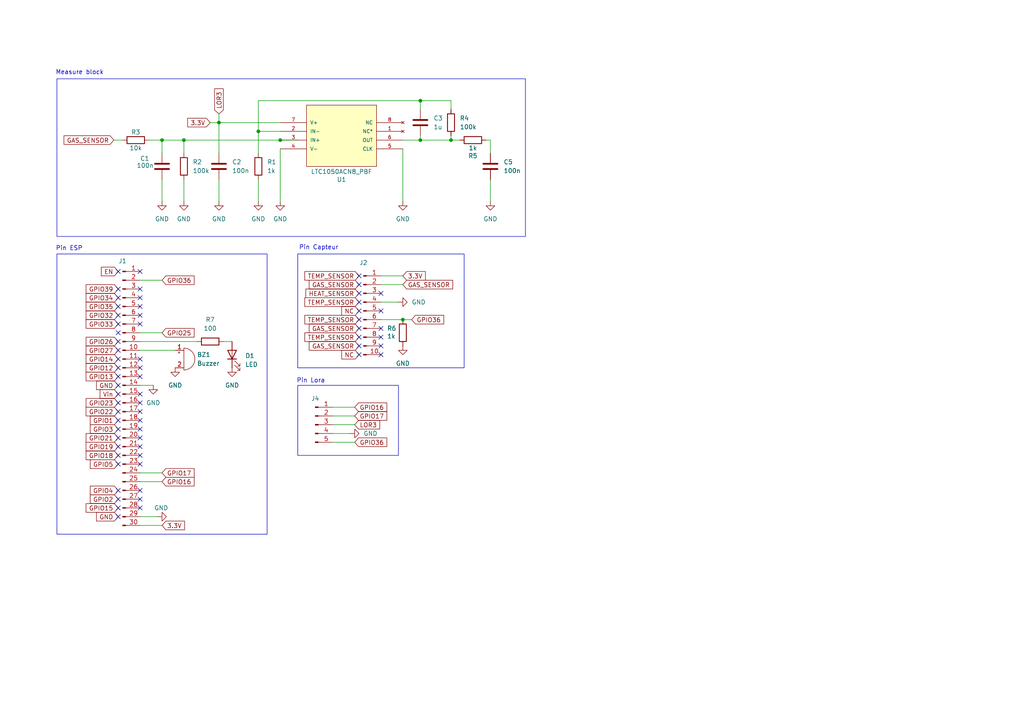
<source format=kicad_sch>
(kicad_sch (version 20231120) (generator "eeschema") (generator_version "8.0")
  (paper "A4")
  (lib_symbols
    (symbol "Connector:Conn_01x05_Pin" (pin_names (offset 1.016) hide)
      (property "Reference" "J" (at 0 7.62 0))
      (property "Value" "Conn_01x05_Pin" (at 0 -7.62 0))
      (symbol "Conn_01x05_Pin_1_1"
        (polyline (pts (xy 1.27 -5.08) (xy 0.8636 -5.08)) (stroke (width 0.1524)))
        (polyline (pts (xy 1.27 -2.54) (xy 0.8636 -2.54)) (stroke (width 0.1524)))
        (polyline (pts (xy 1.27 0) (xy 0.8636 0)) (stroke (width 0.1524)))
        (polyline (pts (xy 1.27 2.54) (xy 0.8636 2.54)) (stroke (width 0.1524)))
        (polyline (pts (xy 1.27 5.08) (xy 0.8636 5.08)) (stroke (width 0.1524)))
        (rectangle (start 0.8636 -4.953) (end 0 -5.207) (stroke (width 0.1524)) (fill (type outline)))
        (rectangle (start 0.8636 -2.413) (end 0 -2.667) (stroke (width 0.1524)) (fill (type outline)))
        (rectangle (start 0.8636 0.127) (end 0 -0.127) (stroke (width 0.1524)) (fill (type outline)))
        (rectangle (start 0.8636 2.667) (end 0 2.413) (stroke (width 0.1524)) (fill (type outline)))
        (rectangle (start 0.8636 5.207) (end 0 4.953) (stroke (width 0.1524)) (fill (type outline)))
        (pin passive line (at 5.08 5.08 180) (length 3.81) (name "Pin_1") (number "1"))
        (pin passive line (at 5.08 2.54 180) (length 3.81) (name "Pin_2") (number "2"))
        (pin passive line (at 5.08 0 180) (length 3.81) (name "Pin_3") (number "3"))
        (pin passive line (at 5.08 -2.54 180) (length 3.81) (name "Pin_4") (number "4"))
        (pin passive line (at 5.08 -5.08 180) (length 3.81) (name "Pin_5") (number "5"))
      )
    )
    (symbol "Connector:Conn_01x10_Pin" (pin_names (offset 1.016) hide)
      (property "Reference" "J" (at 0 12.7 0))
      (property "Value" "Conn_01x10_Pin" (at 0 -15.24 0))
      (symbol "Conn_01x10_Pin_1_1"
        (polyline (pts (xy 1.27 -12.7) (xy 0.8636 -12.7)) (stroke (width 0.1524)))
        (polyline (pts (xy 1.27 -10.16) (xy 0.8636 -10.16)) (stroke (width 0.1524)))
        (polyline (pts (xy 1.27 -7.62) (xy 0.8636 -7.62)) (stroke (width 0.1524)))
        (polyline (pts (xy 1.27 -5.08) (xy 0.8636 -5.08)) (stroke (width 0.1524)))
        (polyline (pts (xy 1.27 -2.54) (xy 0.8636 -2.54)) (stroke (width 0.1524)))
        (polyline (pts (xy 1.27 0) (xy 0.8636 0)) (stroke (width 0.1524)))
        (polyline (pts (xy 1.27 2.54) (xy 0.8636 2.54)) (stroke (width 0.1524)))
        (polyline (pts (xy 1.27 5.08) (xy 0.8636 5.08)) (stroke (width 0.1524)))
        (polyline (pts (xy 1.27 7.62) (xy 0.8636 7.62)) (stroke (width 0.1524)))
        (polyline (pts (xy 1.27 10.16) (xy 0.8636 10.16)) (stroke (width 0.1524)))
        (rectangle (start 0.8636 -12.573) (end 0 -12.827) (stroke (width 0.1524)) (fill (type outline)))
        (rectangle (start 0.8636 -10.033) (end 0 -10.287) (stroke (width 0.1524)) (fill (type outline)))
        (rectangle (start 0.8636 -7.493) (end 0 -7.747) (stroke (width 0.1524)) (fill (type outline)))
        (rectangle (start 0.8636 -4.953) (end 0 -5.207) (stroke (width 0.1524)) (fill (type outline)))
        (rectangle (start 0.8636 -2.413) (end 0 -2.667) (stroke (width 0.1524)) (fill (type outline)))
        (rectangle (start 0.8636 0.127) (end 0 -0.127) (stroke (width 0.1524)) (fill (type outline)))
        (rectangle (start 0.8636 2.667) (end 0 2.413) (stroke (width 0.1524)) (fill (type outline)))
        (rectangle (start 0.8636 5.207) (end 0 4.953) (stroke (width 0.1524)) (fill (type outline)))
        (rectangle (start 0.8636 7.747) (end 0 7.493) (stroke (width 0.1524)) (fill (type outline)))
        (rectangle (start 0.8636 10.287) (end 0 10.033) (stroke (width 0.1524)) (fill (type outline)))
        (pin passive line (at 5.08 10.16 180) (length 3.81) (name "Pin_1") (number "1"))
        (pin passive line (at 5.08 -12.7 180) (length 3.81) (name "Pin_10") (number "10"))
        (pin passive line (at 5.08 7.62 180) (length 3.81) (name "Pin_2") (number "2"))
        (pin passive line (at 5.08 5.08 180) (length 3.81) (name "Pin_3") (number "3"))
        (pin passive line (at 5.08 2.54 180) (length 3.81) (name "Pin_4") (number "4"))
        (pin passive line (at 5.08 0 180) (length 3.81) (name "Pin_5") (number "5"))
        (pin passive line (at 5.08 -2.54 180) (length 3.81) (name "Pin_6") (number "6"))
        (pin passive line (at 5.08 -5.08 180) (length 3.81) (name "Pin_7") (number "7"))
        (pin passive line (at 5.08 -7.62 180) (length 3.81) (name "Pin_8") (number "8"))
        (pin passive line (at 5.08 -10.16 180) (length 3.81) (name "Pin_9") (number "9"))
      )
    )
    (symbol "Connector:Conn_01x30_Pin" (pin_names (offset 1.016) hide)
      (property "Reference" "J" (at 0 38.1 0))
      (property "Value" "Conn_01x30_Pin" (at 0 -40.64 0))
      (symbol "Conn_01x30_Pin_1_1"
        (polyline (pts (xy 1.27 -38.1) (xy 0.8636 -38.1)) (stroke (width 0.1524)))
        (polyline (pts (xy 1.27 -35.56) (xy 0.8636 -35.56)) (stroke (width 0.1524)))
        (polyline (pts (xy 1.27 -33.02) (xy 0.8636 -33.02)) (stroke (width 0.1524)))
        (polyline (pts (xy 1.27 -30.48) (xy 0.8636 -30.48)) (stroke (width 0.1524)))
        (polyline (pts (xy 1.27 -27.94) (xy 0.8636 -27.94)) (stroke (width 0.1524)))
        (polyline (pts (xy 1.27 -25.4) (xy 0.8636 -25.4)) (stroke (width 0.1524)))
        (polyline (pts (xy 1.27 -22.86) (xy 0.8636 -22.86)) (stroke (width 0.1524)))
        (polyline (pts (xy 1.27 -20.32) (xy 0.8636 -20.32)) (stroke (width 0.1524)))
        (polyline (pts (xy 1.27 -17.78) (xy 0.8636 -17.78)) (stroke (width 0.1524)))
        (polyline (pts (xy 1.27 -15.24) (xy 0.8636 -15.24)) (stroke (width 0.1524)))
        (polyline (pts (xy 1.27 -12.7) (xy 0.8636 -12.7)) (stroke (width 0.1524)))
        (polyline (pts (xy 1.27 -10.16) (xy 0.8636 -10.16)) (stroke (width 0.1524)))
        (polyline (pts (xy 1.27 -7.62) (xy 0.8636 -7.62)) (stroke (width 0.1524)))
        (polyline (pts (xy 1.27 -5.08) (xy 0.8636 -5.08)) (stroke (width 0.1524)))
        (polyline (pts (xy 1.27 -2.54) (xy 0.8636 -2.54)) (stroke (width 0.1524)))
        (polyline (pts (xy 1.27 0) (xy 0.8636 0)) (stroke (width 0.1524)))
        (polyline (pts (xy 1.27 2.54) (xy 0.8636 2.54)) (stroke (width 0.1524)))
        (polyline (pts (xy 1.27 5.08) (xy 0.8636 5.08)) (stroke (width 0.1524)))
        (polyline (pts (xy 1.27 7.62) (xy 0.8636 7.62)) (stroke (width 0.1524)))
        (polyline (pts (xy 1.27 10.16) (xy 0.8636 10.16)) (stroke (width 0.1524)))
        (polyline (pts (xy 1.27 12.7) (xy 0.8636 12.7)) (stroke (width 0.1524)))
        (polyline (pts (xy 1.27 15.24) (xy 0.8636 15.24)) (stroke (width 0.1524)))
        (polyline (pts (xy 1.27 17.78) (xy 0.8636 17.78)) (stroke (width 0.1524)))
        (polyline (pts (xy 1.27 20.32) (xy 0.8636 20.32)) (stroke (width 0.1524)))
        (polyline (pts (xy 1.27 22.86) (xy 0.8636 22.86)) (stroke (width 0.1524)))
        (polyline (pts (xy 1.27 25.4) (xy 0.8636 25.4)) (stroke (width 0.1524)))
        (polyline (pts (xy 1.27 27.94) (xy 0.8636 27.94)) (stroke (width 0.1524)))
        (polyline (pts (xy 1.27 30.48) (xy 0.8636 30.48)) (stroke (width 0.1524)))
        (polyline (pts (xy 1.27 33.02) (xy 0.8636 33.02)) (stroke (width 0.1524)))
        (polyline (pts (xy 1.27 35.56) (xy 0.8636 35.56)) (stroke (width 0.1524)))
        (rectangle (start 0.8636 -37.973) (end 0 -38.227) (stroke (width 0.1524)) (fill (type outline)))
        (rectangle (start 0.8636 -35.433) (end 0 -35.687) (stroke (width 0.1524)) (fill (type outline)))
        (rectangle (start 0.8636 -32.893) (end 0 -33.147) (stroke (width 0.1524)) (fill (type outline)))
        (rectangle (start 0.8636 -30.353) (end 0 -30.607) (stroke (width 0.1524)) (fill (type outline)))
        (rectangle (start 0.8636 -27.813) (end 0 -28.067) (stroke (width 0.1524)) (fill (type outline)))
        (rectangle (start 0.8636 -25.273) (end 0 -25.527) (stroke (width 0.1524)) (fill (type outline)))
        (rectangle (start 0.8636 -22.733) (end 0 -22.987) (stroke (width 0.1524)) (fill (type outline)))
        (rectangle (start 0.8636 -20.193) (end 0 -20.447) (stroke (width 0.1524)) (fill (type outline)))
        (rectangle (start 0.8636 -17.653) (end 0 -17.907) (stroke (width 0.1524)) (fill (type outline)))
        (rectangle (start 0.8636 -15.113) (end 0 -15.367) (stroke (width 0.1524)) (fill (type outline)))
        (rectangle (start 0.8636 -12.573) (end 0 -12.827) (stroke (width 0.1524)) (fill (type outline)))
        (rectangle (start 0.8636 -10.033) (end 0 -10.287) (stroke (width 0.1524)) (fill (type outline)))
        (rectangle (start 0.8636 -7.493) (end 0 -7.747) (stroke (width 0.1524)) (fill (type outline)))
        (rectangle (start 0.8636 -4.953) (end 0 -5.207) (stroke (width 0.1524)) (fill (type outline)))
        (rectangle (start 0.8636 -2.413) (end 0 -2.667) (stroke (width 0.1524)) (fill (type outline)))
        (rectangle (start 0.8636 0.127) (end 0 -0.127) (stroke (width 0.1524)) (fill (type outline)))
        (rectangle (start 0.8636 2.667) (end 0 2.413) (stroke (width 0.1524)) (fill (type outline)))
        (rectangle (start 0.8636 5.207) (end 0 4.953) (stroke (width 0.1524)) (fill (type outline)))
        (rectangle (start 0.8636 7.747) (end 0 7.493) (stroke (width 0.1524)) (fill (type outline)))
        (rectangle (start 0.8636 10.287) (end 0 10.033) (stroke (width 0.1524)) (fill (type outline)))
        (rectangle (start 0.8636 12.827) (end 0 12.573) (stroke (width 0.1524)) (fill (type outline)))
        (rectangle (start 0.8636 15.367) (end 0 15.113) (stroke (width 0.1524)) (fill (type outline)))
        (rectangle (start 0.8636 17.907) (end 0 17.653) (stroke (width 0.1524)) (fill (type outline)))
        (rectangle (start 0.8636 20.447) (end 0 20.193) (stroke (width 0.1524)) (fill (type outline)))
        (rectangle (start 0.8636 22.987) (end 0 22.733) (stroke (width 0.1524)) (fill (type outline)))
        (rectangle (start 0.8636 25.527) (end 0 25.273) (stroke (width 0.1524)) (fill (type outline)))
        (rectangle (start 0.8636 28.067) (end 0 27.813) (stroke (width 0.1524)) (fill (type outline)))
        (rectangle (start 0.8636 30.607) (end 0 30.353) (stroke (width 0.1524)) (fill (type outline)))
        (rectangle (start 0.8636 33.147) (end 0 32.893) (stroke (width 0.1524)) (fill (type outline)))
        (rectangle (start 0.8636 35.687) (end 0 35.433) (stroke (width 0.1524)) (fill (type outline)))
        (pin passive line (at 5.08 35.56 180) (length 3.81) (name "Pin_1") (number "1"))
        (pin passive line (at 5.08 12.7 180) (length 3.81) (name "Pin_10") (number "10"))
        (pin passive line (at 5.08 10.16 180) (length 3.81) (name "Pin_11") (number "11"))
        (pin passive line (at 5.08 7.62 180) (length 3.81) (name "Pin_12") (number "12"))
        (pin passive line (at 5.08 5.08 180) (length 3.81) (name "Pin_13") (number "13"))
        (pin passive line (at 5.08 2.54 180) (length 3.81) (name "Pin_14") (number "14"))
        (pin passive line (at 5.08 0 180) (length 3.81) (name "Pin_15") (number "15"))
        (pin passive line (at 5.08 -2.54 180) (length 3.81) (name "Pin_16") (number "16"))
        (pin passive line (at 5.08 -5.08 180) (length 3.81) (name "Pin_17") (number "17"))
        (pin passive line (at 5.08 -7.62 180) (length 3.81) (name "Pin_18") (number "18"))
        (pin passive line (at 5.08 -10.16 180) (length 3.81) (name "Pin_19") (number "19"))
        (pin passive line (at 5.08 33.02 180) (length 3.81) (name "Pin_2") (number "2"))
        (pin passive line (at 5.08 -12.7 180) (length 3.81) (name "Pin_20") (number "20"))
        (pin passive line (at 5.08 -15.24 180) (length 3.81) (name "Pin_21") (number "21"))
        (pin passive line (at 5.08 -17.78 180) (length 3.81) (name "Pin_22") (number "22"))
        (pin passive line (at 5.08 -20.32 180) (length 3.81) (name "Pin_23") (number "23"))
        (pin passive line (at 5.08 -22.86 180) (length 3.81) (name "Pin_24") (number "24"))
        (pin passive line (at 5.08 -25.4 180) (length 3.81) (name "Pin_25") (number "25"))
        (pin passive line (at 5.08 -27.94 180) (length 3.81) (name "Pin_26") (number "26"))
        (pin passive line (at 5.08 -30.48 180) (length 3.81) (name "Pin_27") (number "27"))
        (pin passive line (at 5.08 -33.02 180) (length 3.81) (name "Pin_28") (number "28"))
        (pin passive line (at 5.08 -35.56 180) (length 3.81) (name "Pin_29") (number "29"))
        (pin passive line (at 5.08 30.48 180) (length 3.81) (name "Pin_3") (number "3"))
        (pin passive line (at 5.08 -38.1 180) (length 3.81) (name "Pin_30") (number "30"))
        (pin passive line (at 5.08 27.94 180) (length 3.81) (name "Pin_4") (number "4"))
        (pin passive line (at 5.08 25.4 180) (length 3.81) (name "Pin_5") (number "5"))
        (pin passive line (at 5.08 22.86 180) (length 3.81) (name "Pin_6") (number "6"))
        (pin passive line (at 5.08 20.32 180) (length 3.81) (name "Pin_7") (number "7"))
        (pin passive line (at 5.08 17.78 180) (length 3.81) (name "Pin_8") (number "8"))
        (pin passive line (at 5.08 15.24 180) (length 3.81) (name "Pin_9") (number "9"))
      )
    )
    (symbol "Device:Buzzer" (pin_names (offset 0.0254) hide)
      (property "Reference" "BZ" (at 3.81 1.27 0))
      (property "Value" "Buzzer" (at 3.81 -1.27 0))
      (symbol "Buzzer_0_1"
        (arc (start 0 -3.175) (mid 3.1612 0) (end 0 3.175))
        (polyline (pts (xy -1.651 1.905) (xy -1.143 1.905)))
        (polyline (pts (xy -1.397 2.159) (xy -1.397 1.651)))
        (polyline (pts (xy 0 3.175) (xy 0 -3.175)))
      )
      (symbol "Buzzer_1_1"
        (pin passive line (at -2.54 2.54 0) (length 2.54) (name "+") (number "1"))
        (pin passive line (at -2.54 -2.54 0) (length 2.54) (name "-") (number "2"))
      )
    )
    (symbol "Device:C" (pin_numbers hide) (pin_names (offset 0.254))
      (property "Reference" "C" (at 0.635 2.54 0))
      (property "Value" "C" (at 0.635 -2.54 0))
      (symbol "C_0_1"
        (polyline (pts (xy -2.032 -0.762) (xy 2.032 -0.762)) (stroke (width 0.508)))
        (polyline (pts (xy -2.032 0.762) (xy 2.032 0.762)) (stroke (width 0.508)))
      )
      (symbol "C_1_1"
        (pin passive line (at 0 3.81 270) (length 2.794) (name "~") (number "1"))
        (pin passive line (at 0 -3.81 90) (length 2.794) (name "~") (number "2"))
      )
    )
    (symbol "Device:LED" (pin_numbers hide) (pin_names (offset 1.016) hide)
      (property "Reference" "D" (at 0 2.54 0))
      (property "Value" "LED" (at 0 -2.54 0))
      (symbol "LED_0_1"
        (polyline (pts (xy -1.27 -1.27) (xy -1.27 1.27)) (stroke (width 0.254)))
        (polyline (pts (xy -1.27 0) (xy 1.27 0)))
        (polyline (pts (xy 1.27 -1.27) (xy 1.27 1.27) (xy -1.27 0) (xy 1.27 -1.27)) (stroke (width 0.254)))
        (polyline (pts (xy -3.048 -0.762) (xy -4.572 -2.286) (xy -3.81 -2.286) (xy -4.572 -2.286) (xy -4.572 -1.524)))
        (polyline (pts (xy -1.778 -0.762) (xy -3.302 -2.286) (xy -2.54 -2.286) (xy -3.302 -2.286) (xy -3.302 -1.524)))
      )
      (symbol "LED_1_1"
        (pin passive line (at -3.81 0 0) (length 2.54) (name "K") (number "1"))
        (pin passive line (at 3.81 0 180) (length 2.54) (name "A") (number "2"))
      )
    )
    (symbol "Device:R" (pin_numbers hide) (pin_names (offset 0))
      (property "Reference" "R" (at 2.032 0 90))
      (property "Value" "R" (at 0 0 90))
      (symbol "R_0_1"
        (rectangle (start -1.016 -2.54) (end 1.016 2.54) (stroke (width 0.254)))
      )
      (symbol "R_1_1"
        (pin passive line (at 0 3.81 270) (length 1.27) (name "~") (number "1"))
        (pin passive line (at 0 -3.81 90) (length 1.27) (name "~") (number "2"))
      )
    )
    (symbol "LTC1050ACN8_PBF:LTC1050ACN8_PBF" (pin_names (offset 1.016))
      (property "Reference" "U1" (at 0 -13.97 0))
      (property "Value" "LTC1050ACN8_PBF" (at 0 -11.684 0))
      (symbol "LTC1050ACN8_PBF_0_0"
        (rectangle (start -10.16 7.62) (end 10.16 -10.16) (stroke (width 0.1524)) (fill (type background)))
        (pin no_connect line (at 17.78 0 180) (length 7.62) (name "NC*") (number "1"))
        (pin input line (at -17.78 0 0) (length 7.62) (name "IN-") (number "2"))
        (pin input line (at -17.78 -2.54 0) (length 7.62) (name "IN+") (number "3"))
        (pin power_in line (at -17.78 -5.08 0) (length 7.62) (name "V-") (number "4"))
        (pin input line (at 17.78 -5.08 180) (length 7.62) (name "CLK") (number "5"))
        (pin output line (at 17.78 -2.54 180) (length 7.62) (name "OUT") (number "6"))
        (pin power_in line (at -17.78 2.54 0) (length 7.62) (name "V+") (number "7"))
        (pin no_connect line (at 17.78 2.54 180) (length 7.62) (name "NC") (number "8"))
      )
    )
    (symbol "power:GND" (power) (pin_numbers hide) (pin_names (offset 0) hide)
      (property "Value" "GND" (at 0 -3.81 0))
      (symbol "GND_0_1"
        (polyline (pts (xy 0 0) (xy 0 -1.27) (xy 1.27 -1.27) (xy 0 -2.54) (xy -1.27 -1.27) (xy 0 -1.27)))
      )
      (symbol "GND_1_1"
        (pin power_in line (at 0 0 270) (length 0) (name "~") (number "1"))
      )
    )
  )
  (junction (at 116.84 92.71))
  (junction (at 74.93 38.1))
  (junction (at 63.5 35.56))
  (junction (at 53.34 40.64))
  (junction (at 121.92 29.21))
  (junction (at 81.28 40.64))
  (junction (at 130.81 40.64))
  (junction (at 46.99 40.64))
  (junction (at 121.92 40.64))
  (no_connect (at 34.29 149.86))
  (no_connect (at 110.49 102.87))
  (no_connect (at 34.29 78.74))
  (no_connect (at 40.64 91.44))
  (no_connect (at 34.29 88.9))
  (no_connect (at 34.29 119.38))
  (no_connect (at 40.64 121.92))
  (no_connect (at 104.14 87.63))
  (no_connect (at 104.14 100.33))
  (no_connect (at 34.29 99.06))
  (no_connect (at 40.64 93.98))
  (no_connect (at 104.14 102.87))
  (no_connect (at 40.64 144.78))
  (no_connect (at 40.64 119.38))
  (no_connect (at 40.64 86.36))
  (no_connect (at 34.29 104.14))
  (no_connect (at 34.29 86.36))
  (no_connect (at 34.29 83.82))
  (no_connect (at 34.29 101.6))
  (no_connect (at 34.29 129.54))
  (no_connect (at 104.14 85.09))
  (no_connect (at 34.29 111.76))
  (no_connect (at 34.29 134.62))
  (no_connect (at 34.29 147.32))
  (no_connect (at 40.64 114.3))
  (no_connect (at 34.29 121.92))
  (no_connect (at 104.14 82.55))
  (no_connect (at 34.29 96.52))
  (no_connect (at 40.64 88.9))
  (no_connect (at 34.29 116.84))
  (no_connect (at 40.64 132.08))
  (no_connect (at 110.49 100.33))
  (no_connect (at 110.49 97.79))
  (no_connect (at 40.64 83.82))
  (no_connect (at 34.29 93.98))
  (no_connect (at 104.14 90.17))
  (no_connect (at 40.64 104.14))
  (no_connect (at 110.49 90.17))
  (no_connect (at 40.64 129.54))
  (no_connect (at 40.64 124.46))
  (no_connect (at 104.14 97.79))
  (no_connect (at 40.64 109.22))
  (no_connect (at 110.49 85.09))
  (no_connect (at 104.14 92.71))
  (no_connect (at 40.64 106.68))
  (no_connect (at 34.29 124.46))
  (no_connect (at 110.49 95.25))
  (no_connect (at 40.64 134.62))
  (no_connect (at 40.64 127))
  (no_connect (at 34.29 127))
  (no_connect (at 40.64 78.74))
  (no_connect (at 104.14 80.01))
  (no_connect (at 34.29 91.44))
  (no_connect (at 104.14 95.25))
  (no_connect (at 34.29 106.68))
  (no_connect (at 40.64 147.32))
  (no_connect (at 34.29 114.3))
  (no_connect (at 34.29 109.22))
  (no_connect (at 34.29 142.24))
  (no_connect (at 34.29 132.08))
  (no_connect (at 34.29 144.78))
  (no_connect (at 40.64 116.84))
  (no_connect (at 40.64 142.24))
  (wire (pts (xy 40.64 96.52) (xy 46.99 96.52)))
  (wire (pts (xy 96.52 120.65) (xy 102.87 120.65)))
  (wire (pts (xy 121.92 29.21) (xy 130.81 29.21)))
  (wire (pts (xy 142.24 40.64) (xy 142.24 44.45)))
  (wire (pts (xy 40.64 99.06) (xy 57.15 99.06)))
  (wire (pts (xy 40.64 137.16) (xy 46.99 137.16)))
  (wire (pts (xy 130.81 40.64) (xy 133.35 40.64)))
  (wire (pts (xy 74.93 38.1) (xy 74.93 29.21)))
  (wire (pts (xy 46.99 40.64) (xy 53.34 40.64)))
  (wire (pts (xy 110.49 87.63) (xy 115.57 87.63)))
  (wire (pts (xy 40.64 139.7) (xy 46.99 139.7)))
  (wire (pts (xy 63.5 33.02) (xy 63.5 35.56)))
  (wire (pts (xy 74.93 44.45) (xy 74.93 38.1)))
  (wire (pts (xy 74.93 29.21) (xy 121.92 29.21)))
  (wire (pts (xy 116.84 92.71) (xy 119.38 92.71)))
  (wire (pts (xy 96.52 128.27) (xy 102.87 128.27)))
  (wire (pts (xy 121.92 29.21) (xy 121.92 31.75)))
  (wire (pts (xy 40.64 81.28) (xy 46.99 81.28)))
  (wire (pts (xy 116.84 40.64) (xy 121.92 40.64)))
  (wire (pts (xy 110.49 80.01) (xy 116.84 80.01)))
  (wire (pts (xy 110.49 92.71) (xy 116.84 92.71)))
  (wire (pts (xy 110.49 82.55) (xy 116.84 82.55)))
  (wire (pts (xy 142.24 58.42) (xy 142.24 52.07)))
  (wire (pts (xy 53.34 40.64) (xy 53.34 44.45)))
  (wire (pts (xy 96.52 125.73) (xy 101.6 125.73)))
  (wire (pts (xy 45.72 149.86) (xy 40.64 149.86)))
  (wire (pts (xy 121.92 40.64) (xy 130.81 40.64)))
  (wire (pts (xy 53.34 58.42) (xy 53.34 52.07)))
  (wire (pts (xy 130.81 29.21) (xy 130.81 31.75)))
  (wire (pts (xy 46.99 58.42) (xy 46.99 52.07)))
  (wire (pts (xy 63.5 58.42) (xy 63.5 52.07)))
  (wire (pts (xy 40.64 111.76) (xy 44.45 111.76)))
  (wire (pts (xy 96.52 118.11) (xy 102.87 118.11)))
  (wire (pts (xy 74.93 38.1) (xy 81.28 38.1)))
  (wire (pts (xy 63.5 35.56) (xy 81.28 35.56)))
  (wire (pts (xy 64.77 99.06) (xy 67.31 99.06)))
  (wire (pts (xy 43.18 40.64) (xy 46.99 40.64)))
  (wire (pts (xy 63.5 44.45) (xy 63.5 35.56)))
  (wire (pts (xy 130.81 40.64) (xy 130.81 39.37)))
  (wire (pts (xy 60.96 35.56) (xy 63.5 35.56)))
  (wire (pts (xy 74.93 58.42) (xy 74.93 52.07)))
  (wire (pts (xy 40.64 152.4) (xy 46.99 152.4)))
  (wire (pts (xy 96.52 123.19) (xy 102.87 123.19)))
  (wire (pts (xy 86.36 40.64) (xy 81.28 40.64)))
  (wire (pts (xy 46.99 40.64) (xy 46.99 44.45)))
  (wire (pts (xy 121.92 40.64) (xy 121.92 39.37)))
  (wire (pts (xy 81.28 43.18) (xy 81.28 58.42)))
  (wire (pts (xy 53.34 40.64) (xy 81.28 40.64)))
  (wire (pts (xy 140.97 40.64) (xy 142.24 40.64)))
  (wire (pts (xy 40.64 101.6) (xy 50.8 101.6)))
  (wire (pts (xy 116.84 43.18) (xy 116.84 58.42)))
  (wire (pts (xy 33.02 40.64) (xy 35.56 40.64)))
  (rectangle (start 16.51 22.86) (end 152.4 68.58))
  (rectangle (start 86.36 73.66) (end 134.62 106.68))
  (rectangle (start 86.36 111.76) (end 115.57 132.08))
  (rectangle (start 16.51 73.66) (end 77.47 154.94))
  (text "Pin Capteur\n" (at 92.456 71.882 0) (effects (font (size 1.27 1.27))))
  (text "Measure block\n" (at 23.114 21.082 0) (effects (font (size 1.27 1.27))))
  (text "Pin Lora\n" (at 90.17 110.49 0) (effects (font (size 1.27 1.27))))
  (text "Pin ESP\n" (at 20.066 72.136 0) (effects (font (size 1.27 1.27))))
  (global_label "GAS_SENSOR" (shape input) (at 33.02 40.64 180) (property "Intersheetrefs" "${INTERSHEET_REFS}" (effects (hide yes))))
  (global_label "GPIO19" (shape input) (at 34.29 129.54 180) (property "Intersheetrefs" "${INTERSHEET_REFS}" (effects (hide yes))))
  (global_label "GPIO34" (shape input) (at 34.29 86.36 180) (property "Intersheetrefs" "${INTERSHEET_REFS}" (effects (hide yes))))
  (global_label "3.3V" (shape input) (at 60.96 35.56 180) (property "Intersheetrefs" "${INTERSHEET_REFS}" (effects (hide yes))))
  (global_label "GPIO16" (shape input) (at 102.87 118.11 0) (property "Intersheetrefs" "${INTERSHEET_REFS}" (effects (hide yes))))
  (global_label "GPIO3" (shape input) (at 34.29 124.46 180) (property "Intersheetrefs" "${INTERSHEET_REFS}" (effects (hide yes))))
  (global_label "GPIO14" (shape input) (at 34.29 104.14 180) (property "Intersheetrefs" "${INTERSHEET_REFS}" (effects (hide yes))))
  (global_label "GPIO39" (shape input) (at 34.29 83.82 180) (property "Intersheetrefs" "${INTERSHEET_REFS}" (effects (hide yes))))
  (global_label "TEMP_SENSOR" (shape input) (at 104.14 97.79 180) (property "Intersheetrefs" "${INTERSHEET_REFS}" (effects (hide yes))))
  (global_label "GPIO13" (shape input) (at 34.29 109.22 180) (property "Intersheetrefs" "${INTERSHEET_REFS}" (effects (hide yes))))
  (global_label "GPIO5" (shape input) (at 34.29 134.62 180) (property "Intersheetrefs" "${INTERSHEET_REFS}" (effects (hide yes))))
  (global_label "Vin" (shape input) (at 34.29 114.3 180) (property "Intersheetrefs" "${INTERSHEET_REFS}" (effects (hide yes))))
  (global_label "GAS_SENSOR" (shape input) (at 116.84 82.55 0) (property "Intersheetrefs" "${INTERSHEET_REFS}" (effects (hide yes))))
  (global_label "GPIO4" (shape input) (at 34.29 142.24 180) (property "Intersheetrefs" "${INTERSHEET_REFS}" (effects (hide yes))))
  (global_label "GPIO18" (shape input) (at 34.29 132.08 180) (property "Intersheetrefs" "${INTERSHEET_REFS}" (effects (hide yes))))
  (global_label "3.3V" (shape input) (at 116.84 80.01 0) (property "Intersheetrefs" "${INTERSHEET_REFS}" (effects (hide yes))))
  (global_label "GND" (shape input) (at 34.29 149.86 180) (property "Intersheetrefs" "${INTERSHEET_REFS}" (effects (hide yes))))
  (global_label "NC" (shape input) (at 104.14 90.17 180) (property "Intersheetrefs" "${INTERSHEET_REFS}" (effects (hide yes))))
  (global_label "GPIO36" (shape input) (at 46.99 81.28 0) (property "Intersheetrefs" "${INTERSHEET_REFS}" (effects (hide yes))))
  (global_label "GPIO21" (shape input) (at 34.29 127 180) (property "Intersheetrefs" "${INTERSHEET_REFS}" (effects (hide yes))))
  (global_label "TEMP_SENSOR" (shape input) (at 104.14 92.71 180) (property "Intersheetrefs" "${INTERSHEET_REFS}" (effects (hide yes))))
  (global_label "EN" (shape input) (at 34.29 78.74 180) (property "Intersheetrefs" "${INTERSHEET_REFS}" (effects (hide yes))))
  (global_label "GPIO1" (shape input) (at 34.29 121.92 180) (property "Intersheetrefs" "${INTERSHEET_REFS}" (effects (hide yes))))
  (global_label "GAS_SENSOR" (shape input) (at 104.14 82.55 180) (property "Intersheetrefs" "${INTERSHEET_REFS}" (effects (hide yes))))
  (global_label "GPIO33" (shape input) (at 34.29 93.98 180) (property "Intersheetrefs" "${INTERSHEET_REFS}" (effects (hide yes))))
  (global_label "LOR3" (shape input) (at 102.87 123.19 0) (property "Intersheetrefs" "${INTERSHEET_REFS}" (effects (hide yes))))
  (global_label "GPIO26" (shape input) (at 34.29 99.06 180) (property "Intersheetrefs" "${INTERSHEET_REFS}" (effects (hide yes))))
  (global_label "GAS_SENSOR" (shape input) (at 104.14 100.33 180) (property "Intersheetrefs" "${INTERSHEET_REFS}" (effects (hide yes))))
  (global_label "GPIO2" (shape input) (at 34.29 144.78 180) (property "Intersheetrefs" "${INTERSHEET_REFS}" (effects (hide yes))))
  (global_label "GPIO22" (shape input) (at 34.29 119.38 180) (property "Intersheetrefs" "${INTERSHEET_REFS}" (effects (hide yes))))
  (global_label "GAS_SENSOR" (shape input) (at 104.14 95.25 180) (property "Intersheetrefs" "${INTERSHEET_REFS}" (effects (hide yes))))
  (global_label "TEMP_SENSOR" (shape input) (at 104.14 80.01 180) (property "Intersheetrefs" "${INTERSHEET_REFS}" (effects (hide yes))))
  (global_label "GPIO12" (shape input) (at 34.29 106.68 180) (property "Intersheetrefs" "${INTERSHEET_REFS}" (effects (hide yes))))
  (global_label "GPIO25" (shape input) (at 46.99 96.52 0) (property "Intersheetrefs" "${INTERSHEET_REFS}" (effects (hide yes))))
  (global_label "GPIO35" (shape input) (at 34.29 88.9 180) (property "Intersheetrefs" "${INTERSHEET_REFS}" (effects (hide yes))))
  (global_label "GPIO17" (shape input) (at 102.87 120.65 0) (property "Intersheetrefs" "${INTERSHEET_REFS}" (effects (hide yes))))
  (global_label "GPIO32" (shape input) (at 34.29 91.44 180) (property "Intersheetrefs" "${INTERSHEET_REFS}" (effects (hide yes))))
  (global_label "3.3V" (shape input) (at 46.99 152.4 0) (property "Intersheetrefs" "${INTERSHEET_REFS}" (effects (hide yes))))
  (global_label "GPIO15" (shape input) (at 34.29 147.32 180) (property "Intersheetrefs" "${INTERSHEET_REFS}" (effects (hide yes))))
  (global_label "NC" (shape input) (at 104.14 102.87 180) (property "Intersheetrefs" "${INTERSHEET_REFS}" (effects (hide yes))))
  (global_label "GPIO36" (shape input) (at 119.38 92.71 0) (property "Intersheetrefs" "${INTERSHEET_REFS}" (effects (hide yes))))
  (global_label "GPIO17" (shape input) (at 46.99 137.16 0) (property "Intersheetrefs" "${INTERSHEET_REFS}" (effects (hide yes))))
  (global_label "GPIO36" (shape input) (at 102.87 128.27 0) (property "Intersheetrefs" "${INTERSHEET_REFS}" (effects (hide yes))))
  (global_label "GPIO27" (shape input) (at 34.29 101.6 180) (property "Intersheetrefs" "${INTERSHEET_REFS}" (effects (hide yes))))
  (global_label "GPIO23" (shape input) (at 34.29 116.84 180) (property "Intersheetrefs" "${INTERSHEET_REFS}" (effects (hide yes))))
  (global_label "GPIO16" (shape input) (at 46.99 139.7 0) (property "Intersheetrefs" "${INTERSHEET_REFS}" (effects (hide yes))))
  (global_label "HEAT_SENSOR" (shape input) (at 104.14 85.09 180) (property "Intersheetrefs" "${INTERSHEET_REFS}" (effects (hide yes))))
  (global_label "LOR3" (shape input) (at 63.5 33.02 90) (property "Intersheetrefs" "${INTERSHEET_REFS}" (effects (hide yes))))
  (global_label "TEMP_SENSOR" (shape input) (at 104.14 87.63 180) (property "Intersheetrefs" "${INTERSHEET_REFS}" (effects (hide yes))))
  (global_label "GND" (shape input) (at 34.29 111.76 180) (property "Intersheetrefs" "${INTERSHEET_REFS}" (effects (hide yes))))
  (symbol (lib_id "Connector:Conn_01x10_Pin") (at 105.41 90.17 0) (unit 1)
    (property "Reference" "J2" (at 105.41 76.2 0))
    (property "Value" "Pin Capteur" (effects (hide yes)))
    (property "Footprint" "2:GazSensor" (effects (hide yes)))
    (property "Description" "Generic connector, single row, 01x10, script generated" (effects (hide yes)))
  )
  (symbol (lib_id "Connector:Conn_01x05_Pin") (at 91.44 123.19 0) (unit 1)
    (property "Reference" "J4" (at 91.44 115.57 0))
    (property "Value" "Pin LoRa" (effects (hide yes)))
    (property "Footprint" "Connector_PinHeader_2.54mm:PinHeader_1x05_P2.54mm_Vertical" (effects (hide yes)))
    (property "Description" "Generic connector, single row, 01x05, script generated" (effects (hide yes)))
  )
  (symbol (lib_id "power:GND") (at 63.5 58.42 0) (unit 1)
    (property "Reference" "#PWR07" (effects (hide yes)))
    (property "Value" "GND" (at 63.5 63.5 0))
    (property "Description" "Power symbol creates a global label with name \"GND\" , ground" (effects (hide yes)))
  )
  (symbol (lib_id "Device:C") (at 121.92 35.56 180) (unit 1)
    (property "Reference" "C3" (at 125.73 34.2899 0) (effects (justify right)))
    (property "Value" "1u" (at 125.73 36.8299 0) (effects (justify right)))
    (property "Footprint" "Capacitor_SMD:C_0805_2012Metric" (effects (hide yes)))
    (property "Description" "Unpolarized capacitor" (effects (hide yes)))
  )
  (symbol (lib_id "power:GND") (at 74.93 58.42 0) (unit 1)
    (property "Reference" "#PWR04" (effects (hide yes)))
    (property "Value" "GND" (at 74.93 63.5 0))
    (property "Description" "Power symbol creates a global label with name \"GND\" , ground" (effects (hide yes)))
  )
  (symbol (lib_id "Device:R") (at 137.16 40.64 90) (unit 1)
    (property "Reference" "R5" (at 137.16 45.212 90))
    (property "Value" "1k" (at 137.16 42.926 90))
    (property "Footprint" "Resistor_SMD:R_0805_2012Metric" (effects (hide yes)))
    (property "Description" "Resistor" (effects (hide yes)))
  )
  (symbol (lib_id "Device:R") (at 130.81 35.56 0) (unit 1)
    (property "Reference" "R4" (at 133.35 34.2899 0) (effects (justify left)))
    (property "Value" "100k" (at 133.35 36.8299 0) (effects (justify left)))
    (property "Footprint" "Resistor_SMD:R_0805_2012Metric" (effects (hide yes)))
    (property "Description" "Resistor" (effects (hide yes)))
  )
  (symbol (lib_id "power:GND") (at 142.24 58.42 0) (unit 1)
    (property "Reference" "#PWR08" (effects (hide yes)))
    (property "Value" "GND" (at 142.24 63.5 0))
    (property "Description" "Power symbol creates a global label with name \"GND\" , ground" (effects (hide yes)))
  )
  (symbol (lib_id "power:GND") (at 53.34 58.42 0) (unit 1)
    (property "Reference" "#PWR03" (effects (hide yes)))
    (property "Value" "GND" (at 53.34 63.5 0))
    (property "Description" "Power symbol creates a global label with name \"GND\" , ground" (effects (hide yes)))
  )
  (symbol (lib_id "Device:R") (at 53.34 48.26 0) (unit 1)
    (property "Reference" "R2" (at 55.88 46.9899 0) (effects (justify left)))
    (property "Value" "100k" (at 55.88 49.5299 0) (effects (justify left)))
    (property "Footprint" "Resistor_SMD:R_0805_2012Metric" (effects (hide yes)))
    (property "Description" "Resistor" (effects (hide yes)))
  )
  (symbol (lib_id "Device:C") (at 46.99 48.26 180) (unit 1)
    (property "Reference" "C1" (at 40.64 45.974 0) (effects (justify right)))
    (property "Value" "100n" (at 39.624 48.006 0) (effects (justify right)))
    (property "Footprint" "Capacitor_SMD:C_0805_2012Metric" (effects (hide yes)))
    (property "Description" "Unpolarized capacitor" (effects (hide yes)))
  )
  (symbol (lib_id "power:GND") (at 116.84 100.33 0) (unit 1)
    (property "Reference" "#PWR09" (effects (hide yes)))
    (property "Value" "GND" (at 116.84 105.41 0))
    (property "Description" "Power symbol creates a global label with name \"GND\" , ground" (effects (hide yes)))
  )
  (symbol (lib_id "power:GND") (at 50.8 106.68 0) (unit 1)
    (property "Reference" "#PWR011" (effects (hide yes)))
    (property "Value" "GND" (at 50.8 111.76 0))
    (property "Description" "Power symbol creates a global label with name \"GND\" , ground" (effects (hide yes)))
  )
  (symbol (lib_id "LTC1050ACN8_PBF:LTC1050ACN8_PBF") (at 99.06 38.1 0) (unit 1)
    (property "Reference" "U1" (at 99.06 52.07 0))
    (property "Value" "LTC1050ACN8_PBF" (at 99.06 49.784 0))
    (property "Footprint" "PCB:PDIP-8_N" (effects (hide yes)))
    (property "MF" "Analog Devices" (effects (hide yes)))
    (property "VENDOR" "Linear Technology" (effects (hide yes)))
    (property "Description_1" "\n                        \n                            LTC1050 - Precision Zero-Drift Operational Amplifier with Internal Capacitors\n                        \n" (effects (hide yes)))
    (property "COPYRIGHT" "Copyright C 2016 Accelerated Designs. All rights reserved" (effects (hide yes)))
    (property "Package" "PDIP-8 Linear Technology" (effects (hide yes)))
    (property "Price" "None" (effects (hide yes)))
    (property "Check_prices" "https://www.snapeda.com/parts/LTC1050ACN8%23PBF/Analog+Devices/view-part/?ref=eda" (effects (hide yes)))
    (property "SnapEDA_Link" "https://www.snapeda.com/parts/LTC1050ACN8%23PBF/Analog+Devices/view-part/?ref=snap" (effects (hide yes)))
    (property "MP" "LTC1050ACN8#PBF" (effects (hide yes)))
    (property "Availability" "In Stock" (effects (hide yes)))
    (property "MANUFACTURER_PART_NUMBER" "ltc1050acn8" (effects (hide yes)))
  )
  (symbol (lib_id "Connector:Conn_01x30_Pin") (at 35.56 114.3 0) (unit 1)
    (property "Reference" "J1" (at 35.56 75.692 0))
    (property "Value" "Pin ESP" (effects (hide yes)))
    (property "Footprint" "PCB:XCVR_ESP32-C3-DEVKITM-1" (effects (hide yes)))
    (property "Description" "Generic connector, single row, 01x30, script generated" (effects (hide yes)))
  )
  (symbol (lib_id "Device:C") (at 63.5 48.26 180) (unit 1)
    (property "Reference" "C2" (at 67.31 46.9899 0) (effects (justify right)))
    (property "Value" "100n" (at 67.31 49.5299 0) (effects (justify right)))
    (property "Footprint" "Capacitor_SMD:C_0805_2012Metric" (effects (hide yes)))
    (property "Description" "Unpolarized capacitor" (effects (hide yes)))
  )
  (symbol (lib_id "Device:R") (at 39.37 40.64 270) (unit 1)
    (property "Reference" "R3" (at 39.37 38.354 90))
    (property "Value" "10k" (at 39.37 42.926 90))
    (property "Footprint" "Resistor_SMD:R_0805_2012Metric" (effects (hide yes)))
    (property "Description" "Resistor" (effects (hide yes)))
  )
  (symbol (lib_id "Device:R") (at 74.93 48.26 0) (unit 1)
    (property "Reference" "R1" (at 77.47 46.9899 0) (effects (justify left)))
    (property "Value" "1k" (at 77.47 49.5299 0) (effects (justify left)))
    (property "Footprint" "Resistor_SMD:R_0805_2012Metric" (effects (hide yes)))
    (property "Description" "Resistor" (effects (hide yes)))
  )
  (symbol (lib_id "power:GND") (at 46.99 58.42 0) (unit 1)
    (property "Reference" "#PWR02" (effects (hide yes)))
    (property "Value" "GND" (at 46.99 63.5 0))
    (property "Description" "Power symbol creates a global label with name \"GND\" , ground" (effects (hide yes)))
  )
  (symbol (lib_id "power:GND") (at 101.6 125.73 90) (unit 1)
    (property "Reference" "#PWR014" (effects (hide yes)))
    (property "Value" "GND" (at 105.41 125.7299 90) (effects (justify right)))
    (property "Description" "Power symbol creates a global label with name \"GND\" , ground" (effects (hide yes)))
  )
  (symbol (lib_id "power:GND") (at 81.28 58.42 0) (unit 1)
    (property "Reference" "#PWR05" (effects (hide yes)))
    (property "Value" "GND" (at 81.28 63.5 0))
    (property "Description" "Power symbol creates a global label with name \"GND\" , ground" (effects (hide yes)))
  )
  (symbol (lib_id "Device:R") (at 116.84 96.52 0) (unit 1)
    (property "Reference" "R6" (at 112.268 95.25 0) (effects (justify left)))
    (property "Value" "1k" (at 112.268 97.536 0) (effects (justify left)))
    (property "Footprint" "Resistor_SMD:R_0805_2012Metric" (effects (hide yes)))
    (property "Description" "Resistor" (effects (hide yes)))
  )
  (symbol (lib_id "power:GND") (at 67.31 106.68 0) (unit 1)
    (property "Reference" "#PWR010" (effects (hide yes)))
    (property "Value" "GND" (at 67.31 111.76 0))
    (property "Description" "Power symbol creates a global label with name \"GND\" , ground" (effects (hide yes)))
  )
  (symbol (lib_id "Device:C") (at 142.24 48.26 180) (unit 1)
    (property "Reference" "C5" (at 146.05 46.9899 0) (effects (justify right)))
    (property "Value" "100n" (at 146.05 49.5299 0) (effects (justify right)))
    (property "Footprint" "Capacitor_SMD:C_0805_2012Metric" (effects (hide yes)))
    (property "Description" "Unpolarized capacitor" (effects (hide yes)))
  )
  (symbol (lib_id "power:GND") (at 115.57 87.63 90) (unit 1)
    (property "Reference" "#PWR01" (effects (hide yes)))
    (property "Value" "GND" (at 119.38 87.6299 90) (effects (justify right)))
    (property "Description" "Power symbol creates a global label with name \"GND\" , ground" (effects (hide yes)))
  )
  (symbol (lib_id "Device:Buzzer") (at 53.34 104.14 0) (unit 1)
    (property "Reference" "BZ1" (at 57.15 102.8699 0) (effects (justify left)))
    (property "Value" "Buzzer" (at 57.15 105.4099 0) (effects (justify left)))
    (property "Footprint" "Buzzer_Beeper:Buzzer_12x9.5RM7.6" (effects (hide yes)))
    (property "Description" "Buzzer, polarized" (effects (hide yes)))
  )
  (symbol (lib_id "power:GND") (at 44.45 111.76 0) (unit 1)
    (property "Reference" "#PWR012" (effects (hide yes)))
    (property "Value" "GND" (at 44.45 116.84 0))
    (property "Description" "Power symbol creates a global label with name \"GND\" , ground" (effects (hide yes)))
  )
  (symbol (lib_id "power:GND") (at 116.84 58.42 0) (unit 1)
    (property "Reference" "#PWR06" (effects (hide yes)))
    (property "Value" "GND" (at 116.84 63.5 0))
    (property "Description" "Power symbol creates a global label with name \"GND\" , ground" (effects (hide yes)))
  )
  (symbol (lib_id "Device:LED") (at 67.31 102.87 90) (unit 1)
    (property "Reference" "D1" (at 71.12 103.1874 90) (effects (justify right)))
    (property "Value" "LED" (at 71.12 105.7274 90) (effects (justify right)))
    (property "Footprint" "LED_SMD:LED_0805_2012Metric" (effects (hide yes)))
    (property "Description" "Light emitting diode" (effects (hide yes)))
  )
  (symbol (lib_id "power:GND") (at 45.72 149.86 90) (unit 1)
    (property "Reference" "#PWR013" (effects (hide yes)))
    (property "Value" "GND" (at 44.704 147.32 90) (effects (justify right)))
    (property "Description" "Power symbol creates a global label with name \"GND\" , ground" (effects (hide yes)))
  )
  (symbol (lib_id "Device:R") (at 60.96 99.06 90) (unit 1)
    (property "Reference" "R7" (at 60.96 92.71 90))
    (property "Value" "100" (at 60.96 95.25 90))
    (property "Footprint" "Resistor_SMD:R_0805_2012Metric" (effects (hide yes)))
    (property "Description" "Resistor" (effects (hide yes)))
  )
)
</source>
